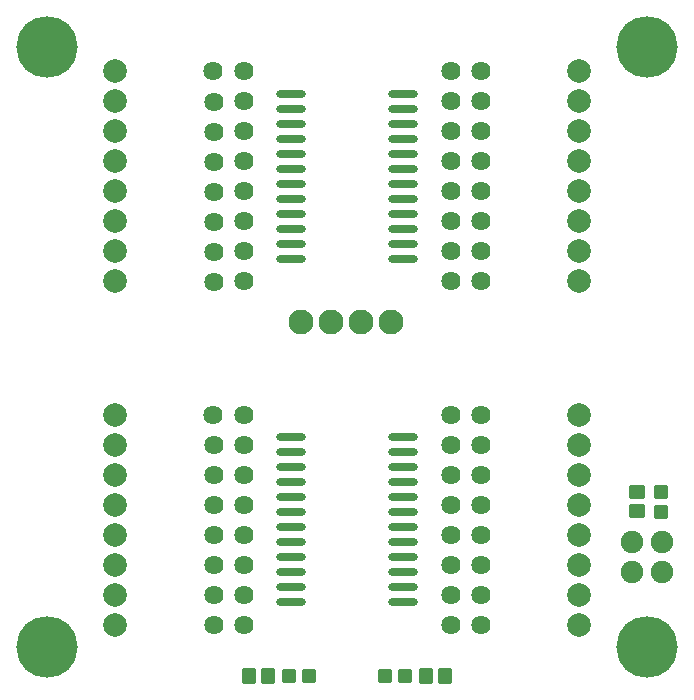
<source format=gts>
G04 Layer: TopSolderMaskLayer*
G04 Panelize: , Column: 2, Row: 2, Board Size: 58.42mm x 58.42mm, Panelized Board Size: 118.84mm x 118.84mm*
G04 EasyEDA v6.5.34, 2023-09-05 23:37:52*
G04 71e8e7d8462e44579d9289b60e05a131,5a6b42c53f6a479593ecc07194224c93,10*
G04 Gerber Generator version 0.2*
G04 Scale: 100 percent, Rotated: No, Reflected: No *
G04 Dimensions in millimeters *
G04 leading zeros omitted , absolute positions ,4 integer and 5 decimal *
%FSLAX45Y45*%
%MOMM*%

%AMMACRO1*1,1,$1,$2,$3*1,1,$1,$4,$5*1,1,$1,0-$2,0-$3*1,1,$1,0-$4,0-$5*20,1,$1,$2,$3,$4,$5,0*20,1,$1,$4,$5,0-$2,0-$3,0*20,1,$1,0-$2,0-$3,0-$4,0-$5,0*20,1,$1,0-$4,0-$5,$2,$3,0*4,1,4,$2,$3,$4,$5,0-$2,0-$3,0-$4,0-$5,$2,$3,0*%
%ADD10MACRO1,0.2032X0.45X0.5X0.45X-0.5*%
%ADD11MACRO1,0.2032X-0.45X-0.5X-0.45X0.5*%
%ADD12MACRO1,0.2032X-0.55X-0.5X-0.55X0.5*%
%ADD13MACRO1,0.2032X-0.5X0.45X0.5X0.45*%
%ADD14O,2.4896064X0.6755891999999999*%
%ADD15MACRO1,0.2032X-0.5X0.55X0.5X0.55*%
%ADD16MACRO1,0.2032X0.5X-0.55X-0.5X-0.55*%
%ADD17C,5.2032*%
%ADD18C,1.6256*%
%ADD19C,2.0016*%
%ADD20C,2.1016*%
%ADD21C,1.9016*%

%LPD*%
D10*
G01*
X2599613Y139707D03*
G01*
X2429614Y139707D03*
D11*
G01*
X3242386Y139692D03*
G01*
X3412385Y139692D03*
D12*
G01*
X5372100Y1692912D03*
G01*
X5372100Y1532907D03*
D13*
G01*
X5575292Y1697913D03*
G01*
X5575292Y1527914D03*
D14*
G01*
X2446629Y2159000D03*
G01*
X2446629Y2032000D03*
G01*
X2446629Y1905000D03*
G01*
X2446629Y1778000D03*
G01*
X2446629Y1651000D03*
G01*
X2446629Y1524000D03*
G01*
X2446629Y1397000D03*
G01*
X2446629Y1270000D03*
G01*
X2446629Y1143000D03*
G01*
X2446629Y1016000D03*
G01*
X2446629Y889000D03*
G01*
X2446629Y762000D03*
G01*
X3395421Y2159000D03*
G01*
X3395421Y2032000D03*
G01*
X3395421Y1905000D03*
G01*
X3395421Y1778000D03*
G01*
X3395421Y1651000D03*
G01*
X3395421Y1524000D03*
G01*
X3395421Y1397000D03*
G01*
X3395421Y1270000D03*
G01*
X3395421Y1143000D03*
G01*
X3395421Y1016000D03*
G01*
X3395421Y889000D03*
G01*
X3395421Y762000D03*
G01*
X2446604Y5067300D03*
G01*
X2446604Y4940300D03*
G01*
X2446604Y4813300D03*
G01*
X2446604Y4686300D03*
G01*
X2446604Y4559300D03*
G01*
X2446604Y4432300D03*
G01*
X2446604Y4305300D03*
G01*
X2446604Y4178300D03*
G01*
X2446604Y4051300D03*
G01*
X2446604Y3924300D03*
G01*
X2446604Y3797300D03*
G01*
X2446604Y3670300D03*
G01*
X3395395Y5067300D03*
G01*
X3395395Y4940300D03*
G01*
X3395395Y4813300D03*
G01*
X3395395Y4686300D03*
G01*
X3395395Y4559300D03*
G01*
X3395395Y4432300D03*
G01*
X3395395Y4305300D03*
G01*
X3395395Y4178300D03*
G01*
X3395395Y4051300D03*
G01*
X3395395Y3924300D03*
G01*
X3395395Y3797300D03*
G01*
X3395395Y3670300D03*
D15*
G01*
X2251707Y139700D03*
G01*
X2091707Y139700D03*
D16*
G01*
X3590292Y139700D03*
G01*
X3750292Y139700D03*
D17*
G01*
X5461000Y381000D03*
G01*
X381000Y381000D03*
G01*
X381000Y5461000D03*
G01*
X5461000Y5461000D03*
D18*
G01*
X2044674Y5255920D03*
G01*
X2044674Y4493920D03*
G01*
X1790674Y4491126D03*
G01*
X2044674Y4747920D03*
G01*
X1790674Y4745126D03*
G01*
X1790674Y3475126D03*
G01*
X2044674Y3477920D03*
G01*
X2044674Y3985920D03*
G01*
X1790674Y3983126D03*
G01*
X2044674Y4239920D03*
G01*
X1790674Y4237126D03*
G01*
X1790674Y4999126D03*
G01*
X2044674Y5001920D03*
G01*
X1790674Y3729126D03*
G01*
X2044674Y3731920D03*
G01*
X1787880Y5255920D03*
G01*
X1787905Y2347620D03*
G01*
X2044700Y823620D03*
G01*
X1790700Y820826D03*
G01*
X2044700Y2093620D03*
G01*
X1790700Y2090826D03*
G01*
X1790700Y1328826D03*
G01*
X2044700Y1331620D03*
G01*
X1790700Y1074826D03*
G01*
X2044700Y1077620D03*
G01*
X2044700Y569620D03*
G01*
X1790700Y566826D03*
G01*
X1790700Y1836826D03*
G01*
X2044700Y1839620D03*
G01*
X1790700Y1582826D03*
G01*
X2044700Y1585620D03*
G01*
X2044700Y2347620D03*
D19*
G01*
X956081Y3477920D03*
G01*
X956081Y3731920D03*
G01*
X956081Y3985920D03*
G01*
X956081Y4239920D03*
G01*
X956081Y4493920D03*
G01*
X956081Y4747920D03*
G01*
X956081Y5001920D03*
G01*
X956081Y5255920D03*
G01*
X956106Y2347620D03*
G01*
X956106Y2093620D03*
G01*
X956106Y1839620D03*
G01*
X956106Y1585620D03*
G01*
X956106Y1331620D03*
G01*
X956106Y1077620D03*
G01*
X956106Y823620D03*
G01*
X956106Y569620D03*
G01*
X4885918Y2347595D03*
G01*
X4885918Y2093595D03*
G01*
X4885918Y1839595D03*
G01*
X4885918Y1585595D03*
G01*
X4885918Y1331595D03*
G01*
X4885918Y1077595D03*
G01*
X4885918Y823595D03*
G01*
X4885918Y569595D03*
G01*
X4885893Y3477895D03*
G01*
X4885893Y3731895D03*
G01*
X4885893Y3985895D03*
G01*
X4885893Y4239895D03*
G01*
X4885893Y4493895D03*
G01*
X4885893Y4747895D03*
G01*
X4885893Y5001895D03*
G01*
X4885893Y5255895D03*
D18*
G01*
X3797300Y5255895D03*
G01*
X4054119Y5255895D03*
G01*
X4054119Y5001895D03*
G01*
X3797300Y5001895D03*
G01*
X3797300Y4747895D03*
G01*
X4054119Y4747895D03*
G01*
X4054119Y4493895D03*
G01*
X3797300Y4493895D03*
G01*
X4054119Y4239895D03*
G01*
X3797300Y4239895D03*
G01*
X4054119Y3985895D03*
G01*
X3797300Y3985895D03*
G01*
X4054119Y3731895D03*
G01*
X3797300Y3731895D03*
G01*
X4054119Y3477895D03*
G01*
X3797300Y3477895D03*
G01*
X3797325Y569595D03*
G01*
X4054144Y569595D03*
G01*
X3797325Y823595D03*
G01*
X4054144Y823595D03*
G01*
X3797325Y1077595D03*
G01*
X4054144Y1077595D03*
G01*
X3797325Y1331595D03*
G01*
X4054144Y1331595D03*
G01*
X3797325Y1585595D03*
G01*
X4054144Y1585595D03*
G01*
X4054144Y1839595D03*
G01*
X3797325Y1839595D03*
G01*
X3797325Y2093595D03*
G01*
X4054144Y2093595D03*
G01*
X4054144Y2347595D03*
G01*
X3797325Y2347595D03*
D20*
G01*
X3289300Y3136900D03*
G01*
X2527300Y3136900D03*
G01*
X2781300Y3136900D03*
G01*
X3035300Y3136900D03*
D21*
G01*
X5588000Y1016000D03*
G01*
X5334000Y1016000D03*
G01*
X5334000Y1270000D03*
G01*
X5588000Y1270000D03*
M02*

</source>
